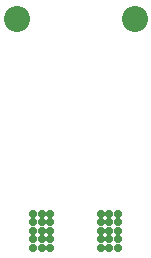
<source format=gts>
G04*
G04 #@! TF.GenerationSoftware,Altium Limited,Altium Designer,21.7.2 (23)*
G04*
G04 Layer_Color=8388736*
%FSLAX25Y25*%
%MOIN*%
G70*
G04*
G04 #@! TF.SameCoordinates,FE62E581-B11F-4354-8991-A981333A1506*
G04*
G04*
G04 #@! TF.FilePolarity,Negative*
G04*
G01*
G75*
%ADD10C,0.02769*%
%ADD11C,0.08674*%
D10*
X90303Y21606D02*
D03*
Y18803D02*
D03*
Y16000D02*
D03*
Y13197D02*
D03*
Y10394D02*
D03*
X87500Y21606D02*
D03*
Y18803D02*
D03*
Y16000D02*
D03*
Y13197D02*
D03*
Y10394D02*
D03*
X84697Y21606D02*
D03*
Y18803D02*
D03*
Y16000D02*
D03*
Y13197D02*
D03*
Y10394D02*
D03*
X67803Y21606D02*
D03*
Y18803D02*
D03*
Y16000D02*
D03*
Y13197D02*
D03*
Y10394D02*
D03*
X65000Y21606D02*
D03*
Y18803D02*
D03*
Y16000D02*
D03*
Y13197D02*
D03*
Y10394D02*
D03*
X62197Y21606D02*
D03*
Y18803D02*
D03*
Y16000D02*
D03*
Y13197D02*
D03*
Y10394D02*
D03*
D11*
X56634Y86634D02*
D03*
X96004D02*
D03*
M02*

</source>
